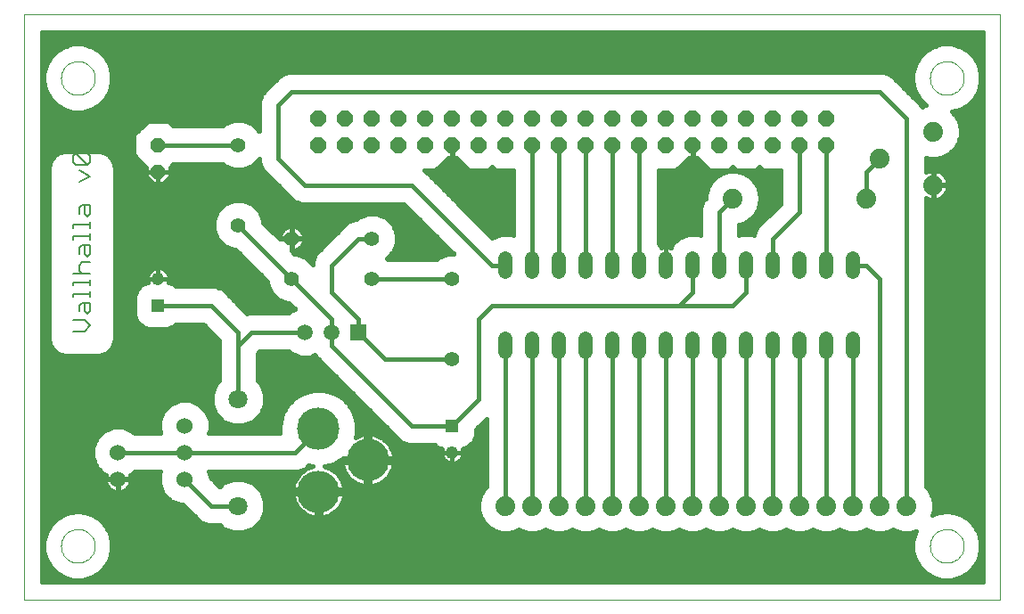
<source format=gtl>
G75*
%MOIN*%
%OFA0B0*%
%FSLAX24Y24*%
%IPPOS*%
%LPD*%
%AMOC8*
5,1,8,0,0,1.08239X$1,22.5*
%
%ADD10C,0.0000*%
%ADD11C,0.0060*%
%ADD12C,0.0600*%
%ADD13C,0.0554*%
%ADD14C,0.0476*%
%ADD15R,0.0476X0.0476*%
%ADD16OC8,0.0520*%
%ADD17R,0.0594X0.0594*%
%ADD18C,0.0594*%
%ADD19C,0.1580*%
%ADD20C,0.0709*%
%ADD21C,0.0520*%
%ADD22OC8,0.0600*%
%ADD23C,0.0740*%
%ADD24C,0.0160*%
%ADD25R,0.0396X0.0396*%
D10*
X000180Y000680D02*
X000180Y022550D01*
X036672Y022550D01*
X036672Y000680D01*
X000180Y000680D01*
X001550Y002680D02*
X001552Y002730D01*
X001558Y002780D01*
X001568Y002829D01*
X001582Y002877D01*
X001599Y002924D01*
X001620Y002969D01*
X001645Y003013D01*
X001673Y003054D01*
X001705Y003093D01*
X001739Y003130D01*
X001776Y003164D01*
X001816Y003194D01*
X001858Y003221D01*
X001902Y003245D01*
X001948Y003266D01*
X001995Y003282D01*
X002043Y003295D01*
X002093Y003304D01*
X002142Y003309D01*
X002193Y003310D01*
X002243Y003307D01*
X002292Y003300D01*
X002341Y003289D01*
X002389Y003274D01*
X002435Y003256D01*
X002480Y003234D01*
X002523Y003208D01*
X002564Y003179D01*
X002603Y003147D01*
X002639Y003112D01*
X002671Y003074D01*
X002701Y003034D01*
X002728Y002991D01*
X002751Y002947D01*
X002770Y002901D01*
X002786Y002853D01*
X002798Y002804D01*
X002806Y002755D01*
X002810Y002705D01*
X002810Y002655D01*
X002806Y002605D01*
X002798Y002556D01*
X002786Y002507D01*
X002770Y002459D01*
X002751Y002413D01*
X002728Y002369D01*
X002701Y002326D01*
X002671Y002286D01*
X002639Y002248D01*
X002603Y002213D01*
X002564Y002181D01*
X002523Y002152D01*
X002480Y002126D01*
X002435Y002104D01*
X002389Y002086D01*
X002341Y002071D01*
X002292Y002060D01*
X002243Y002053D01*
X002193Y002050D01*
X002142Y002051D01*
X002093Y002056D01*
X002043Y002065D01*
X001995Y002078D01*
X001948Y002094D01*
X001902Y002115D01*
X001858Y002139D01*
X001816Y002166D01*
X001776Y002196D01*
X001739Y002230D01*
X001705Y002267D01*
X001673Y002306D01*
X001645Y002347D01*
X001620Y002391D01*
X001599Y002436D01*
X001582Y002483D01*
X001568Y002531D01*
X001558Y002580D01*
X001552Y002630D01*
X001550Y002680D01*
X001550Y020180D02*
X001552Y020230D01*
X001558Y020280D01*
X001568Y020329D01*
X001582Y020377D01*
X001599Y020424D01*
X001620Y020469D01*
X001645Y020513D01*
X001673Y020554D01*
X001705Y020593D01*
X001739Y020630D01*
X001776Y020664D01*
X001816Y020694D01*
X001858Y020721D01*
X001902Y020745D01*
X001948Y020766D01*
X001995Y020782D01*
X002043Y020795D01*
X002093Y020804D01*
X002142Y020809D01*
X002193Y020810D01*
X002243Y020807D01*
X002292Y020800D01*
X002341Y020789D01*
X002389Y020774D01*
X002435Y020756D01*
X002480Y020734D01*
X002523Y020708D01*
X002564Y020679D01*
X002603Y020647D01*
X002639Y020612D01*
X002671Y020574D01*
X002701Y020534D01*
X002728Y020491D01*
X002751Y020447D01*
X002770Y020401D01*
X002786Y020353D01*
X002798Y020304D01*
X002806Y020255D01*
X002810Y020205D01*
X002810Y020155D01*
X002806Y020105D01*
X002798Y020056D01*
X002786Y020007D01*
X002770Y019959D01*
X002751Y019913D01*
X002728Y019869D01*
X002701Y019826D01*
X002671Y019786D01*
X002639Y019748D01*
X002603Y019713D01*
X002564Y019681D01*
X002523Y019652D01*
X002480Y019626D01*
X002435Y019604D01*
X002389Y019586D01*
X002341Y019571D01*
X002292Y019560D01*
X002243Y019553D01*
X002193Y019550D01*
X002142Y019551D01*
X002093Y019556D01*
X002043Y019565D01*
X001995Y019578D01*
X001948Y019594D01*
X001902Y019615D01*
X001858Y019639D01*
X001816Y019666D01*
X001776Y019696D01*
X001739Y019730D01*
X001705Y019767D01*
X001673Y019806D01*
X001645Y019847D01*
X001620Y019891D01*
X001599Y019936D01*
X001582Y019983D01*
X001568Y020031D01*
X001558Y020080D01*
X001552Y020130D01*
X001550Y020180D01*
X034050Y020180D02*
X034052Y020230D01*
X034058Y020280D01*
X034068Y020329D01*
X034082Y020377D01*
X034099Y020424D01*
X034120Y020469D01*
X034145Y020513D01*
X034173Y020554D01*
X034205Y020593D01*
X034239Y020630D01*
X034276Y020664D01*
X034316Y020694D01*
X034358Y020721D01*
X034402Y020745D01*
X034448Y020766D01*
X034495Y020782D01*
X034543Y020795D01*
X034593Y020804D01*
X034642Y020809D01*
X034693Y020810D01*
X034743Y020807D01*
X034792Y020800D01*
X034841Y020789D01*
X034889Y020774D01*
X034935Y020756D01*
X034980Y020734D01*
X035023Y020708D01*
X035064Y020679D01*
X035103Y020647D01*
X035139Y020612D01*
X035171Y020574D01*
X035201Y020534D01*
X035228Y020491D01*
X035251Y020447D01*
X035270Y020401D01*
X035286Y020353D01*
X035298Y020304D01*
X035306Y020255D01*
X035310Y020205D01*
X035310Y020155D01*
X035306Y020105D01*
X035298Y020056D01*
X035286Y020007D01*
X035270Y019959D01*
X035251Y019913D01*
X035228Y019869D01*
X035201Y019826D01*
X035171Y019786D01*
X035139Y019748D01*
X035103Y019713D01*
X035064Y019681D01*
X035023Y019652D01*
X034980Y019626D01*
X034935Y019604D01*
X034889Y019586D01*
X034841Y019571D01*
X034792Y019560D01*
X034743Y019553D01*
X034693Y019550D01*
X034642Y019551D01*
X034593Y019556D01*
X034543Y019565D01*
X034495Y019578D01*
X034448Y019594D01*
X034402Y019615D01*
X034358Y019639D01*
X034316Y019666D01*
X034276Y019696D01*
X034239Y019730D01*
X034205Y019767D01*
X034173Y019806D01*
X034145Y019847D01*
X034120Y019891D01*
X034099Y019936D01*
X034082Y019983D01*
X034068Y020031D01*
X034058Y020080D01*
X034052Y020130D01*
X034050Y020180D01*
X034050Y002680D02*
X034052Y002730D01*
X034058Y002780D01*
X034068Y002829D01*
X034082Y002877D01*
X034099Y002924D01*
X034120Y002969D01*
X034145Y003013D01*
X034173Y003054D01*
X034205Y003093D01*
X034239Y003130D01*
X034276Y003164D01*
X034316Y003194D01*
X034358Y003221D01*
X034402Y003245D01*
X034448Y003266D01*
X034495Y003282D01*
X034543Y003295D01*
X034593Y003304D01*
X034642Y003309D01*
X034693Y003310D01*
X034743Y003307D01*
X034792Y003300D01*
X034841Y003289D01*
X034889Y003274D01*
X034935Y003256D01*
X034980Y003234D01*
X035023Y003208D01*
X035064Y003179D01*
X035103Y003147D01*
X035139Y003112D01*
X035171Y003074D01*
X035201Y003034D01*
X035228Y002991D01*
X035251Y002947D01*
X035270Y002901D01*
X035286Y002853D01*
X035298Y002804D01*
X035306Y002755D01*
X035310Y002705D01*
X035310Y002655D01*
X035306Y002605D01*
X035298Y002556D01*
X035286Y002507D01*
X035270Y002459D01*
X035251Y002413D01*
X035228Y002369D01*
X035201Y002326D01*
X035171Y002286D01*
X035139Y002248D01*
X035103Y002213D01*
X035064Y002181D01*
X035023Y002152D01*
X034980Y002126D01*
X034935Y002104D01*
X034889Y002086D01*
X034841Y002071D01*
X034792Y002060D01*
X034743Y002053D01*
X034693Y002050D01*
X034642Y002051D01*
X034593Y002056D01*
X034543Y002065D01*
X034495Y002078D01*
X034448Y002094D01*
X034402Y002115D01*
X034358Y002139D01*
X034316Y002166D01*
X034276Y002196D01*
X034239Y002230D01*
X034205Y002267D01*
X034173Y002306D01*
X034145Y002347D01*
X034120Y002391D01*
X034099Y002436D01*
X034082Y002483D01*
X034068Y002531D01*
X034058Y002580D01*
X034052Y002630D01*
X034050Y002680D01*
D11*
X002650Y010924D02*
X002436Y011137D01*
X002009Y011137D01*
X002436Y011461D02*
X002543Y011355D01*
X002650Y011461D01*
X002650Y011782D01*
X002330Y011782D01*
X002223Y011675D01*
X002223Y011461D01*
X002436Y011461D02*
X002436Y011782D01*
X002650Y011999D02*
X002650Y012213D01*
X002650Y012106D02*
X002009Y012106D01*
X002009Y011999D01*
X002009Y012429D02*
X002009Y012536D01*
X002650Y012536D01*
X002650Y012642D02*
X002650Y012429D01*
X002650Y012858D02*
X002009Y012858D01*
X002223Y012965D02*
X002223Y013179D01*
X002330Y013286D01*
X002650Y013286D01*
X002543Y013503D02*
X002436Y013610D01*
X002436Y013930D01*
X002330Y013930D02*
X002650Y013930D01*
X002650Y013610D01*
X002543Y013503D01*
X002223Y013610D02*
X002223Y013823D01*
X002330Y013930D01*
X002650Y014148D02*
X002650Y014361D01*
X002650Y014254D02*
X002009Y014254D01*
X002009Y014148D01*
X002009Y014577D02*
X002009Y014684D01*
X002650Y014684D01*
X002650Y014577D02*
X002650Y014791D01*
X002543Y015007D02*
X002436Y015114D01*
X002436Y015434D01*
X002330Y015434D02*
X002650Y015434D01*
X002650Y015114D01*
X002543Y015007D01*
X002223Y015114D02*
X002223Y015327D01*
X002330Y015434D01*
X002223Y016296D02*
X002650Y016510D01*
X002223Y016723D01*
X002116Y016941D02*
X002009Y017047D01*
X002009Y017261D01*
X002116Y017368D01*
X002543Y016941D01*
X002650Y017047D01*
X002650Y017261D01*
X002543Y017368D01*
X002116Y017368D01*
X002543Y017585D02*
X002543Y017692D01*
X002650Y017692D01*
X002650Y017585D01*
X002543Y017585D01*
X002650Y017907D02*
X002650Y018335D01*
X002650Y018121D02*
X002009Y018121D01*
X002223Y017907D01*
X002116Y016941D02*
X002543Y016941D01*
X002223Y012965D02*
X002330Y012858D01*
X002650Y010924D02*
X002436Y010710D01*
X002009Y010710D01*
D12*
X006180Y007180D03*
X006180Y006180D03*
X006180Y005180D03*
X003680Y005180D03*
X003680Y006180D03*
D13*
X010180Y012680D03*
X010180Y014180D03*
X008180Y014680D03*
X008180Y017680D03*
X013180Y014180D03*
X013180Y012680D03*
X016180Y012680D03*
X016180Y009680D03*
D14*
X016180Y006180D03*
X005180Y012680D03*
D15*
X005180Y011680D03*
X016180Y007180D03*
D16*
X005180Y016680D03*
X005180Y017680D03*
D17*
X012680Y010680D03*
D18*
X011680Y010680D03*
X010680Y010680D03*
D19*
X011180Y007074D03*
X013030Y005893D03*
X011180Y004711D03*
D20*
X008180Y004180D03*
X008180Y008180D03*
D21*
X018180Y009920D02*
X018180Y010440D01*
X019180Y010440D02*
X019180Y009920D01*
X020180Y009920D02*
X020180Y010440D01*
X021180Y010440D02*
X021180Y009920D01*
X022180Y009920D02*
X022180Y010440D01*
X023180Y010440D02*
X023180Y009920D01*
X024180Y009920D02*
X024180Y010440D01*
X025180Y010440D02*
X025180Y009920D01*
X026180Y009920D02*
X026180Y010440D01*
X027180Y010440D02*
X027180Y009920D01*
X028180Y009920D02*
X028180Y010440D01*
X029180Y010440D02*
X029180Y009920D01*
X030180Y009920D02*
X030180Y010440D01*
X031180Y010440D02*
X031180Y009920D01*
X031180Y012920D02*
X031180Y013440D01*
X030180Y013440D02*
X030180Y012920D01*
X029180Y012920D02*
X029180Y013440D01*
X028180Y013440D02*
X028180Y012920D01*
X027180Y012920D02*
X027180Y013440D01*
X026180Y013440D02*
X026180Y012920D01*
X025180Y012920D02*
X025180Y013440D01*
X024180Y013440D02*
X024180Y012920D01*
X023180Y012920D02*
X023180Y013440D01*
X022180Y013440D02*
X022180Y012920D01*
X021180Y012920D02*
X021180Y013440D01*
X020180Y013440D02*
X020180Y012920D01*
X019180Y012920D02*
X019180Y013440D01*
X018180Y013440D02*
X018180Y012920D01*
D22*
X018180Y017680D03*
X017180Y017680D03*
X016180Y017680D03*
X015180Y017680D03*
X014180Y017680D03*
X013180Y017680D03*
X012180Y017680D03*
X011180Y017680D03*
X011180Y018680D03*
X012180Y018680D03*
X013180Y018680D03*
X014180Y018680D03*
X015180Y018680D03*
X016180Y018680D03*
X017180Y018680D03*
X018180Y018680D03*
X019180Y018680D03*
X020180Y018680D03*
X021180Y018680D03*
X022180Y018680D03*
X023180Y018680D03*
X024180Y018680D03*
X025180Y018680D03*
X026180Y018680D03*
X027180Y018680D03*
X028180Y018680D03*
X029180Y018680D03*
X030180Y018680D03*
X030180Y017680D03*
X029180Y017680D03*
X028180Y017680D03*
X027180Y017680D03*
X026180Y017680D03*
X025180Y017680D03*
X024180Y017680D03*
X023180Y017680D03*
X022180Y017680D03*
X021180Y017680D03*
X020180Y017680D03*
X019180Y017680D03*
D23*
X026680Y015680D03*
X031680Y015680D03*
X032180Y017180D03*
X034180Y016180D03*
X034180Y018180D03*
X033180Y004180D03*
X032180Y004180D03*
X031180Y004180D03*
X030180Y004180D03*
X029180Y004180D03*
X028180Y004180D03*
X027180Y004180D03*
X026180Y004180D03*
X025180Y004180D03*
X024180Y004180D03*
X023180Y004180D03*
X022180Y004180D03*
X021180Y004180D03*
X020180Y004180D03*
X019180Y004180D03*
X018180Y004180D03*
D24*
X018180Y010180D01*
X019180Y010180D02*
X019180Y004180D01*
X020180Y004180D02*
X020180Y010180D01*
X021180Y010180D02*
X021180Y004180D01*
X022180Y004180D02*
X022180Y010180D01*
X023180Y010180D02*
X023180Y004180D01*
X024180Y004180D02*
X024180Y010180D01*
X025180Y010180D02*
X025180Y004180D01*
X026180Y004180D02*
X026180Y010180D01*
X027180Y010180D02*
X027180Y004180D01*
X028180Y004180D02*
X028180Y010180D01*
X029180Y010180D02*
X029180Y004180D01*
X030180Y004180D02*
X030180Y010180D01*
X031180Y010180D02*
X031180Y004180D01*
X032180Y004180D02*
X032180Y012680D01*
X031680Y013180D01*
X031180Y013180D01*
X030180Y013180D02*
X030180Y017680D01*
X029180Y017680D02*
X029180Y015180D01*
X028180Y014180D01*
X028180Y013180D01*
X027180Y013180D02*
X027180Y012180D01*
X026680Y011680D01*
X024680Y011680D01*
X025180Y012180D01*
X025180Y013180D01*
X024180Y013180D02*
X024180Y013880D01*
X024215Y013880D01*
X024283Y013869D01*
X024349Y013848D01*
X024370Y013837D01*
X024417Y013950D01*
X024670Y014203D01*
X025001Y014340D01*
X025359Y014340D01*
X025460Y014298D01*
X025460Y015323D01*
X025570Y015588D01*
X025670Y015688D01*
X025670Y015813D01*
X025739Y016070D01*
X025872Y016300D01*
X026060Y016488D01*
X026290Y016621D01*
X026547Y016690D01*
X026813Y016690D01*
X027070Y016621D01*
X027300Y016488D01*
X027488Y016300D01*
X027621Y016070D01*
X027690Y015813D01*
X027690Y015547D01*
X027621Y015290D01*
X027488Y015060D01*
X027300Y014872D01*
X027070Y014739D01*
X026900Y014693D01*
X026900Y014298D01*
X027001Y014340D01*
X027359Y014340D01*
X027460Y014298D01*
X027460Y014323D01*
X027570Y014588D01*
X028460Y015478D01*
X028460Y016740D01*
X027791Y016740D01*
X027680Y016851D01*
X027569Y016740D01*
X026791Y016740D01*
X026680Y016851D01*
X026569Y016740D01*
X025791Y016740D01*
X025331Y017200D01*
X025200Y017200D01*
X025200Y017660D01*
X025160Y017660D01*
X025160Y017200D01*
X025029Y017200D01*
X024569Y016740D01*
X023900Y016740D01*
X023900Y013993D01*
X023943Y013950D01*
X023990Y013837D01*
X024011Y013848D01*
X024077Y013869D01*
X024145Y013880D01*
X024180Y013880D01*
X024180Y013180D01*
X024180Y013180D01*
X024180Y013300D02*
X024180Y013300D01*
X024180Y013458D02*
X024180Y013458D01*
X024180Y013617D02*
X024180Y013617D01*
X024180Y013775D02*
X024180Y013775D01*
X023950Y013934D02*
X024410Y013934D01*
X024559Y014092D02*
X023900Y014092D01*
X023900Y014251D02*
X024785Y014251D01*
X025460Y014409D02*
X023900Y014409D01*
X023900Y014568D02*
X025460Y014568D01*
X025460Y014726D02*
X023900Y014726D01*
X023900Y014885D02*
X025460Y014885D01*
X025460Y015043D02*
X023900Y015043D01*
X023900Y015202D02*
X025460Y015202D01*
X025475Y015360D02*
X023900Y015360D01*
X023900Y015519D02*
X025541Y015519D01*
X025659Y015677D02*
X023900Y015677D01*
X023900Y015836D02*
X025676Y015836D01*
X025719Y015994D02*
X023900Y015994D01*
X023900Y016153D02*
X025787Y016153D01*
X025883Y016311D02*
X023900Y016311D01*
X023900Y016470D02*
X026041Y016470D01*
X026316Y016628D02*
X023900Y016628D01*
X024616Y016787D02*
X025744Y016787D01*
X025586Y016945D02*
X024774Y016945D01*
X024933Y017104D02*
X025427Y017104D01*
X025200Y017262D02*
X025160Y017262D01*
X025160Y017421D02*
X025200Y017421D01*
X025200Y017579D02*
X025160Y017579D01*
X026616Y016787D02*
X026744Y016787D01*
X027044Y016628D02*
X028460Y016628D01*
X028460Y016470D02*
X027319Y016470D01*
X027477Y016311D02*
X028460Y016311D01*
X028460Y016153D02*
X027573Y016153D01*
X027641Y015994D02*
X028460Y015994D01*
X028460Y015836D02*
X027684Y015836D01*
X027690Y015677D02*
X028460Y015677D01*
X028460Y015519D02*
X027682Y015519D01*
X027640Y015360D02*
X028342Y015360D01*
X028183Y015202D02*
X027570Y015202D01*
X027471Y015043D02*
X028025Y015043D01*
X027866Y014885D02*
X027313Y014885D01*
X027022Y014726D02*
X027708Y014726D01*
X027561Y014568D02*
X026900Y014568D01*
X026900Y014409D02*
X027496Y014409D01*
X026680Y015680D02*
X026180Y015180D01*
X026180Y013180D01*
X024680Y011680D02*
X017680Y011680D01*
X017180Y011180D01*
X017180Y008180D01*
X016180Y007180D01*
X014680Y007180D01*
X011680Y010180D01*
X011680Y010680D01*
X011680Y011180D01*
X010180Y012680D01*
X008180Y014680D01*
X009022Y015043D02*
X012867Y015043D01*
X012998Y015097D02*
X012660Y014958D01*
X012603Y014900D01*
X012537Y014900D01*
X012272Y014790D01*
X012070Y014588D01*
X011070Y013588D01*
X010960Y013323D01*
X010960Y013194D01*
X010958Y013200D01*
X010700Y013458D01*
X010362Y013597D01*
X010281Y013597D01*
X010155Y013723D01*
X010171Y013723D01*
X010171Y014171D01*
X009723Y014171D01*
X009723Y014155D01*
X009097Y014781D01*
X009097Y014862D01*
X008958Y015200D01*
X008700Y015458D01*
X008362Y015597D01*
X007998Y015597D01*
X007660Y015458D01*
X007402Y015200D01*
X007263Y014862D01*
X007263Y014498D01*
X007402Y014160D01*
X007660Y013902D01*
X007998Y013763D01*
X008079Y013763D01*
X009263Y012579D01*
X009263Y012498D01*
X009402Y012160D01*
X009660Y011902D01*
X009998Y011763D01*
X010079Y011763D01*
X010304Y011538D01*
X010149Y011474D01*
X010075Y011400D01*
X008537Y011400D01*
X008495Y011383D01*
X007790Y012088D01*
X007588Y012290D01*
X007323Y012400D01*
X005841Y012400D01*
X005780Y012460D01*
X005575Y012545D01*
X005588Y012582D01*
X005598Y012647D01*
X005598Y012680D01*
X005598Y012713D01*
X005588Y012778D01*
X005567Y012840D01*
X005537Y012899D01*
X005499Y012952D01*
X005452Y012999D01*
X005399Y013037D01*
X005340Y013067D01*
X005278Y013088D01*
X005213Y013098D01*
X005180Y013098D01*
X005147Y013098D01*
X005082Y013088D01*
X005020Y013067D01*
X004961Y013037D01*
X004908Y012999D01*
X004861Y012952D01*
X004823Y012899D01*
X004793Y012840D01*
X004772Y012778D01*
X004762Y012713D01*
X004762Y012680D01*
X004762Y012647D01*
X004772Y012582D01*
X004785Y012545D01*
X004580Y012460D01*
X004400Y012280D01*
X004302Y012045D01*
X004302Y011315D01*
X004400Y011080D01*
X004580Y010900D01*
X004815Y010802D01*
X005545Y010802D01*
X005780Y010900D01*
X005841Y010960D01*
X006882Y010960D01*
X007460Y010382D01*
X007460Y008866D01*
X007337Y008743D01*
X007186Y008378D01*
X007186Y007982D01*
X007337Y007617D01*
X007617Y007337D01*
X007982Y007186D01*
X008378Y007186D01*
X008743Y007337D01*
X009023Y007617D01*
X009174Y007982D01*
X009174Y008378D01*
X009023Y008743D01*
X008900Y008866D01*
X008900Y009882D01*
X008978Y009960D01*
X010075Y009960D01*
X010149Y009886D01*
X010494Y009743D01*
X010866Y009743D01*
X011050Y009819D01*
X011070Y009772D01*
X014272Y006570D01*
X014537Y006460D01*
X015519Y006460D01*
X015580Y006400D01*
X015785Y006315D01*
X015772Y006278D01*
X015762Y006213D01*
X015762Y006180D01*
X015762Y006147D01*
X015772Y006082D01*
X015793Y006020D01*
X015823Y005961D01*
X015861Y005908D01*
X015908Y005861D01*
X015961Y005823D01*
X016020Y005793D01*
X016082Y005772D01*
X016147Y005762D01*
X016180Y005762D01*
X016213Y005762D01*
X016278Y005772D01*
X016340Y005793D01*
X016399Y005823D01*
X016452Y005861D01*
X016499Y005908D01*
X016537Y005961D01*
X016567Y006020D01*
X016588Y006082D01*
X016598Y006147D01*
X016598Y006180D01*
X016598Y006213D01*
X016588Y006278D01*
X016575Y006315D01*
X016780Y006400D01*
X016960Y006580D01*
X017058Y006815D01*
X017058Y007040D01*
X017460Y007442D01*
X017460Y004888D01*
X017372Y004800D01*
X017239Y004570D01*
X017170Y004313D01*
X017170Y004047D01*
X017239Y003790D01*
X017372Y003560D01*
X017560Y003372D01*
X017790Y003239D01*
X018047Y003170D01*
X018313Y003170D01*
X018570Y003239D01*
X018680Y003302D01*
X018790Y003239D01*
X019047Y003170D01*
X019313Y003170D01*
X019570Y003239D01*
X019680Y003302D01*
X019790Y003239D01*
X020047Y003170D01*
X020313Y003170D01*
X020570Y003239D01*
X020680Y003302D01*
X020790Y003239D01*
X021047Y003170D01*
X021313Y003170D01*
X021570Y003239D01*
X021680Y003302D01*
X021790Y003239D01*
X022047Y003170D01*
X022313Y003170D01*
X022570Y003239D01*
X022680Y003302D01*
X022790Y003239D01*
X023047Y003170D01*
X023313Y003170D01*
X023570Y003239D01*
X023680Y003302D01*
X023790Y003239D01*
X024047Y003170D01*
X024313Y003170D01*
X024570Y003239D01*
X024680Y003302D01*
X024790Y003239D01*
X025047Y003170D01*
X025313Y003170D01*
X025570Y003239D01*
X025680Y003302D01*
X025790Y003239D01*
X026047Y003170D01*
X026313Y003170D01*
X026570Y003239D01*
X026680Y003302D01*
X026790Y003239D01*
X027047Y003170D01*
X027313Y003170D01*
X027570Y003239D01*
X027680Y003302D01*
X027790Y003239D01*
X028047Y003170D01*
X028313Y003170D01*
X028570Y003239D01*
X028680Y003302D01*
X028790Y003239D01*
X029047Y003170D01*
X029313Y003170D01*
X029570Y003239D01*
X029680Y003302D01*
X029790Y003239D01*
X030047Y003170D01*
X030313Y003170D01*
X030570Y003239D01*
X030680Y003302D01*
X030790Y003239D01*
X031047Y003170D01*
X031313Y003170D01*
X031570Y003239D01*
X031680Y003302D01*
X031790Y003239D01*
X032047Y003170D01*
X032313Y003170D01*
X032570Y003239D01*
X032680Y003302D01*
X032790Y003239D01*
X033047Y003170D01*
X033313Y003170D01*
X033530Y003228D01*
X033497Y003170D01*
X033410Y002847D01*
X033410Y002513D01*
X033497Y002190D01*
X033664Y001900D01*
X033900Y001664D01*
X034190Y001497D01*
X034513Y001410D01*
X034847Y001410D01*
X035170Y001497D01*
X035460Y001664D01*
X035696Y001900D01*
X035863Y002190D01*
X035950Y002513D01*
X035950Y002847D01*
X035863Y003170D01*
X035696Y003460D01*
X035460Y003696D01*
X035170Y003863D01*
X034847Y003950D01*
X034513Y003950D01*
X034190Y003863D01*
X034132Y003830D01*
X034190Y004047D01*
X034190Y004313D01*
X034121Y004570D01*
X033988Y004800D01*
X033900Y004888D01*
X033900Y015705D01*
X033969Y015670D01*
X034051Y015644D01*
X034137Y015630D01*
X034162Y015630D01*
X034162Y016162D01*
X034198Y016162D01*
X034198Y016198D01*
X034162Y016198D01*
X034162Y016730D01*
X034137Y016730D01*
X034051Y016716D01*
X033969Y016690D01*
X033900Y016655D01*
X033900Y017209D01*
X034047Y017170D01*
X034313Y017170D01*
X034570Y017239D01*
X034800Y017372D01*
X034988Y017560D01*
X035121Y017790D01*
X035190Y018047D01*
X035190Y018313D01*
X035121Y018570D01*
X034988Y018800D01*
X034872Y018917D01*
X035170Y018997D01*
X035460Y019164D01*
X036032Y019164D01*
X036032Y019006D02*
X035186Y019006D01*
X034941Y018847D02*
X036032Y018847D01*
X036032Y018689D02*
X035053Y018689D01*
X035132Y018530D02*
X036032Y018530D01*
X036032Y018372D02*
X035174Y018372D01*
X035190Y018213D02*
X036032Y018213D01*
X036032Y018055D02*
X035190Y018055D01*
X035150Y017896D02*
X036032Y017896D01*
X036032Y017738D02*
X035091Y017738D01*
X034999Y017579D02*
X036032Y017579D01*
X036032Y017421D02*
X034849Y017421D01*
X034610Y017262D02*
X036032Y017262D01*
X036032Y017104D02*
X033900Y017104D01*
X033900Y016945D02*
X036032Y016945D01*
X036032Y016787D02*
X033900Y016787D01*
X034198Y016730D02*
X034198Y016198D01*
X034730Y016198D01*
X034730Y016223D01*
X034716Y016309D01*
X034690Y016391D01*
X034650Y016468D01*
X034600Y016538D01*
X034538Y016600D01*
X034468Y016650D01*
X034391Y016690D01*
X034309Y016716D01*
X034223Y016730D01*
X034198Y016730D01*
X034198Y016628D02*
X034162Y016628D01*
X034162Y016470D02*
X034198Y016470D01*
X034198Y016311D02*
X034162Y016311D01*
X034198Y016162D02*
X034730Y016162D01*
X034730Y016137D01*
X034716Y016051D01*
X034690Y015969D01*
X034650Y015892D01*
X034600Y015822D01*
X034538Y015760D01*
X034468Y015710D01*
X034391Y015670D01*
X034309Y015644D01*
X034223Y015630D01*
X034198Y015630D01*
X034198Y016162D01*
X034198Y016153D02*
X034162Y016153D01*
X034162Y015994D02*
X034198Y015994D01*
X034198Y015836D02*
X034162Y015836D01*
X034162Y015677D02*
X034198Y015677D01*
X034404Y015677D02*
X036032Y015677D01*
X036032Y015519D02*
X033900Y015519D01*
X033900Y015677D02*
X033956Y015677D01*
X034610Y015836D02*
X036032Y015836D01*
X036032Y015994D02*
X034698Y015994D01*
X034730Y016153D02*
X036032Y016153D01*
X036032Y016311D02*
X034716Y016311D01*
X034649Y016470D02*
X036032Y016470D01*
X036032Y016628D02*
X034499Y016628D01*
X033900Y015360D02*
X036032Y015360D01*
X036032Y015202D02*
X033900Y015202D01*
X033900Y015043D02*
X036032Y015043D01*
X036032Y014885D02*
X033900Y014885D01*
X033900Y014726D02*
X036032Y014726D01*
X036032Y014568D02*
X033900Y014568D01*
X033900Y014409D02*
X036032Y014409D01*
X036032Y014251D02*
X033900Y014251D01*
X033900Y014092D02*
X036032Y014092D01*
X036032Y013934D02*
X033900Y013934D01*
X033900Y013775D02*
X036032Y013775D01*
X036032Y013617D02*
X033900Y013617D01*
X033900Y013458D02*
X036032Y013458D01*
X036032Y013300D02*
X033900Y013300D01*
X033900Y013141D02*
X036032Y013141D01*
X036032Y012983D02*
X033900Y012983D01*
X033900Y012824D02*
X036032Y012824D01*
X036032Y012666D02*
X033900Y012666D01*
X033900Y012507D02*
X036032Y012507D01*
X036032Y012349D02*
X033900Y012349D01*
X033900Y012190D02*
X036032Y012190D01*
X036032Y012032D02*
X033900Y012032D01*
X033900Y011873D02*
X036032Y011873D01*
X036032Y011715D02*
X033900Y011715D01*
X033900Y011556D02*
X036032Y011556D01*
X036032Y011398D02*
X033900Y011398D01*
X033900Y011239D02*
X036032Y011239D01*
X036032Y011081D02*
X033900Y011081D01*
X033900Y010922D02*
X036032Y010922D01*
X036032Y010764D02*
X033900Y010764D01*
X033900Y010605D02*
X036032Y010605D01*
X036032Y010447D02*
X033900Y010447D01*
X033900Y010288D02*
X036032Y010288D01*
X036032Y010130D02*
X033900Y010130D01*
X033900Y009971D02*
X036032Y009971D01*
X036032Y009813D02*
X033900Y009813D01*
X033900Y009654D02*
X036032Y009654D01*
X036032Y009496D02*
X033900Y009496D01*
X033900Y009337D02*
X036032Y009337D01*
X036032Y009179D02*
X033900Y009179D01*
X033900Y009020D02*
X036032Y009020D01*
X036032Y008862D02*
X033900Y008862D01*
X033900Y008703D02*
X036032Y008703D01*
X036032Y008545D02*
X033900Y008545D01*
X033900Y008386D02*
X036032Y008386D01*
X036032Y008228D02*
X033900Y008228D01*
X033900Y008069D02*
X036032Y008069D01*
X036032Y007911D02*
X033900Y007911D01*
X033900Y007752D02*
X036032Y007752D01*
X036032Y007594D02*
X033900Y007594D01*
X033900Y007435D02*
X036032Y007435D01*
X036032Y007277D02*
X033900Y007277D01*
X033900Y007118D02*
X036032Y007118D01*
X036032Y006960D02*
X033900Y006960D01*
X033900Y006801D02*
X036032Y006801D01*
X036032Y006643D02*
X033900Y006643D01*
X033900Y006484D02*
X036032Y006484D01*
X036032Y006326D02*
X033900Y006326D01*
X033900Y006167D02*
X036032Y006167D01*
X036032Y006009D02*
X033900Y006009D01*
X033900Y005850D02*
X036032Y005850D01*
X036032Y005692D02*
X033900Y005692D01*
X033900Y005533D02*
X036032Y005533D01*
X036032Y005375D02*
X033900Y005375D01*
X033900Y005216D02*
X036032Y005216D01*
X036032Y005058D02*
X033900Y005058D01*
X033900Y004899D02*
X036032Y004899D01*
X036032Y004741D02*
X034023Y004741D01*
X034114Y004582D02*
X036032Y004582D01*
X036032Y004424D02*
X034160Y004424D01*
X034190Y004265D02*
X036032Y004265D01*
X036032Y004107D02*
X034190Y004107D01*
X034163Y003948D02*
X034506Y003948D01*
X034854Y003948D02*
X036032Y003948D01*
X036032Y003790D02*
X035298Y003790D01*
X035525Y003631D02*
X036032Y003631D01*
X036032Y003473D02*
X035683Y003473D01*
X035780Y003314D02*
X036032Y003314D01*
X036032Y003156D02*
X035867Y003156D01*
X035910Y002997D02*
X036032Y002997D01*
X036032Y002839D02*
X035950Y002839D01*
X035950Y002680D02*
X036032Y002680D01*
X036032Y002521D02*
X035950Y002521D01*
X035910Y002363D02*
X036032Y002363D01*
X036032Y002204D02*
X035867Y002204D01*
X035780Y002046D02*
X036032Y002046D01*
X036032Y001887D02*
X035683Y001887D01*
X035525Y001729D02*
X036032Y001729D01*
X036032Y001570D02*
X035298Y001570D01*
X034854Y001412D02*
X036032Y001412D01*
X036032Y001320D02*
X036032Y021910D01*
X000820Y021910D01*
X000820Y001320D01*
X036032Y001320D01*
X034506Y001412D02*
X002354Y001412D01*
X002347Y001410D02*
X002670Y001497D01*
X002960Y001664D01*
X003196Y001900D01*
X003363Y002190D01*
X003450Y002513D01*
X003450Y002847D01*
X003363Y003170D01*
X003196Y003460D01*
X002960Y003696D01*
X002670Y003863D01*
X002347Y003950D01*
X002013Y003950D01*
X001690Y003863D01*
X001400Y003696D01*
X001164Y003460D01*
X000997Y003170D01*
X000910Y002847D01*
X000910Y002513D01*
X000997Y002190D01*
X001164Y001900D01*
X001400Y001664D01*
X001690Y001497D01*
X002013Y001410D01*
X002347Y001410D01*
X002006Y001412D02*
X000820Y001412D01*
X000820Y001570D02*
X001562Y001570D01*
X001335Y001729D02*
X000820Y001729D01*
X000820Y001887D02*
X001177Y001887D01*
X001080Y002046D02*
X000820Y002046D01*
X000820Y002204D02*
X000993Y002204D01*
X000950Y002363D02*
X000820Y002363D01*
X000820Y002521D02*
X000910Y002521D01*
X000910Y002680D02*
X000820Y002680D01*
X000820Y002839D02*
X000910Y002839D01*
X000950Y002997D02*
X000820Y002997D01*
X000820Y003156D02*
X000993Y003156D01*
X001080Y003314D02*
X000820Y003314D01*
X000820Y003473D02*
X001177Y003473D01*
X001335Y003631D02*
X000820Y003631D01*
X000820Y003790D02*
X001562Y003790D01*
X002006Y003948D02*
X000820Y003948D01*
X000820Y004107D02*
X006235Y004107D01*
X006102Y004240D02*
X006772Y003570D01*
X007037Y003460D01*
X007494Y003460D01*
X007617Y003337D01*
X007982Y003186D01*
X008378Y003186D01*
X008743Y003337D01*
X009023Y003617D01*
X009174Y003982D01*
X009174Y004378D01*
X009023Y004743D01*
X008743Y005023D01*
X008378Y005174D01*
X007982Y005174D01*
X007617Y005023D01*
X007494Y004900D01*
X007478Y004900D01*
X007120Y005258D01*
X007120Y005367D01*
X007081Y005460D01*
X010430Y005460D01*
X010694Y005570D01*
X010815Y005691D01*
X010952Y005654D01*
X010911Y005645D01*
X010808Y005609D01*
X010710Y005562D01*
X010618Y005504D01*
X010533Y005436D01*
X010456Y005359D01*
X010388Y005274D01*
X010330Y005181D01*
X010282Y005083D01*
X010246Y004980D01*
X010222Y004874D01*
X010213Y004791D01*
X011100Y004791D01*
X011100Y004631D01*
X011260Y004631D01*
X011260Y003744D01*
X011343Y003754D01*
X011449Y003778D01*
X011552Y003814D01*
X011650Y003861D01*
X011742Y003919D01*
X011827Y003987D01*
X011904Y004064D01*
X011972Y004149D01*
X012030Y004242D01*
X012078Y004340D01*
X012114Y004443D01*
X012138Y004549D01*
X012147Y004631D01*
X011260Y004631D01*
X011260Y004791D01*
X012147Y004791D01*
X012138Y004874D01*
X012114Y004980D01*
X012078Y005083D01*
X012030Y005181D01*
X011972Y005274D01*
X011904Y005359D01*
X011827Y005436D01*
X011742Y005504D01*
X011650Y005562D01*
X011552Y005609D01*
X011449Y005645D01*
X011408Y005654D01*
X011732Y005741D01*
X012058Y005929D01*
X012101Y005973D01*
X012950Y005973D01*
X012950Y006860D01*
X012868Y006850D01*
X012761Y006826D01*
X012659Y006790D01*
X012573Y006749D01*
X012610Y006885D01*
X012610Y007262D01*
X012513Y007626D01*
X012324Y007952D01*
X012058Y008218D01*
X011732Y008406D01*
X011368Y008504D01*
X010992Y008504D01*
X010628Y008406D01*
X010302Y008218D01*
X010036Y007952D01*
X009847Y007626D01*
X009750Y007262D01*
X009750Y006900D01*
X007081Y006900D01*
X007120Y006993D01*
X007120Y007367D01*
X006977Y007712D01*
X006712Y007977D01*
X006367Y008120D01*
X005993Y008120D01*
X005648Y007977D01*
X005383Y007712D01*
X005240Y007367D01*
X005240Y006993D01*
X005279Y006900D01*
X004289Y006900D01*
X004212Y006977D01*
X003867Y007120D01*
X003493Y007120D01*
X003148Y006977D01*
X002883Y006712D01*
X002740Y006367D01*
X002740Y005993D01*
X002883Y005648D01*
X003148Y005383D01*
X003230Y005349D01*
X003212Y005292D01*
X003200Y005218D01*
X003200Y005200D01*
X003660Y005200D01*
X003660Y005160D01*
X003200Y005160D01*
X003200Y005142D01*
X003212Y005068D01*
X003235Y004996D01*
X003269Y004928D01*
X003314Y004867D01*
X003367Y004814D01*
X003428Y004769D01*
X003496Y004735D01*
X003568Y004712D01*
X003642Y004700D01*
X003660Y004700D01*
X003660Y005160D01*
X003700Y005160D01*
X003700Y005200D01*
X004160Y005200D01*
X004160Y005218D01*
X004148Y005292D01*
X004130Y005349D01*
X004212Y005383D01*
X004289Y005460D01*
X005279Y005460D01*
X005240Y005367D01*
X005240Y004993D01*
X005383Y004648D01*
X005648Y004383D01*
X005993Y004240D01*
X006102Y004240D01*
X005933Y004265D02*
X000820Y004265D01*
X000820Y004424D02*
X005607Y004424D01*
X005449Y004582D02*
X000820Y004582D01*
X000820Y004741D02*
X003485Y004741D01*
X003660Y004741D02*
X003700Y004741D01*
X003700Y004700D02*
X003718Y004700D01*
X003792Y004712D01*
X003864Y004735D01*
X003932Y004769D01*
X003993Y004814D01*
X004046Y004867D01*
X004091Y004928D01*
X004125Y004996D01*
X004148Y005068D01*
X004160Y005142D01*
X004160Y005160D01*
X003700Y005160D01*
X003700Y004700D01*
X003875Y004741D02*
X005345Y004741D01*
X005279Y004899D02*
X004069Y004899D01*
X004145Y005058D02*
X005240Y005058D01*
X005240Y005216D02*
X004160Y005216D01*
X004192Y005375D02*
X005243Y005375D01*
X006180Y005180D02*
X007180Y004180D01*
X008180Y004180D01*
X009095Y003790D02*
X010878Y003790D01*
X010911Y003778D02*
X011017Y003754D01*
X011100Y003744D01*
X011100Y004631D01*
X010213Y004631D01*
X010222Y004549D01*
X010246Y004443D01*
X010282Y004340D01*
X010330Y004242D01*
X010388Y004149D01*
X010456Y004064D01*
X010533Y003987D01*
X010618Y003919D01*
X010710Y003861D01*
X010808Y003814D01*
X010911Y003778D01*
X011100Y003790D02*
X011260Y003790D01*
X011260Y003948D02*
X011100Y003948D01*
X011100Y004107D02*
X011260Y004107D01*
X011260Y004265D02*
X011100Y004265D01*
X011100Y004424D02*
X011260Y004424D01*
X011260Y004582D02*
X011100Y004582D01*
X011100Y004741D02*
X009024Y004741D01*
X009090Y004582D02*
X010218Y004582D01*
X010253Y004424D02*
X009155Y004424D01*
X009174Y004265D02*
X010318Y004265D01*
X010422Y004107D02*
X009174Y004107D01*
X009160Y003948D02*
X010582Y003948D01*
X011482Y003790D02*
X017239Y003790D01*
X017197Y003948D02*
X011778Y003948D01*
X011938Y004107D02*
X017170Y004107D01*
X017170Y004265D02*
X012042Y004265D01*
X012107Y004424D02*
X017200Y004424D01*
X017246Y004582D02*
X012142Y004582D01*
X012132Y004899D02*
X017460Y004899D01*
X017460Y005058D02*
X013525Y005058D01*
X013500Y005042D02*
X013593Y005100D01*
X013678Y005168D01*
X013755Y005245D01*
X013823Y005330D01*
X013881Y005423D01*
X013928Y005521D01*
X013964Y005624D01*
X013988Y005730D01*
X013998Y005813D01*
X013110Y005813D01*
X013110Y005973D01*
X012950Y005973D01*
X012950Y005813D01*
X012063Y005813D01*
X012073Y005730D01*
X012097Y005624D01*
X012133Y005521D01*
X012180Y005423D01*
X012238Y005330D01*
X012306Y005245D01*
X012383Y005168D01*
X012468Y005100D01*
X012560Y005042D01*
X012659Y004995D01*
X012761Y004959D01*
X012868Y004935D01*
X012950Y004925D01*
X012950Y005813D01*
X013110Y005813D01*
X013110Y004925D01*
X013193Y004935D01*
X013299Y004959D01*
X013402Y004995D01*
X013500Y005042D01*
X013726Y005216D02*
X017460Y005216D01*
X017460Y005375D02*
X013850Y005375D01*
X013932Y005533D02*
X017460Y005533D01*
X017460Y005692D02*
X013979Y005692D01*
X013998Y005973D02*
X013988Y006055D01*
X013964Y006162D01*
X013928Y006264D01*
X013881Y006363D01*
X013823Y006455D01*
X013755Y006540D01*
X013678Y006617D01*
X013593Y006685D01*
X013500Y006743D01*
X013402Y006790D01*
X013299Y006826D01*
X013193Y006850D01*
X013110Y006860D01*
X013110Y005973D01*
X013998Y005973D01*
X013993Y006009D02*
X015798Y006009D01*
X015762Y006167D02*
X013962Y006167D01*
X013899Y006326D02*
X015759Y006326D01*
X015762Y006180D02*
X016180Y006180D01*
X016598Y006180D01*
X016180Y006180D01*
X016180Y006180D01*
X016180Y005762D01*
X016180Y006180D01*
X016180Y006180D01*
X016180Y006180D01*
X015762Y006180D01*
X015923Y005850D02*
X013110Y005850D01*
X013110Y005692D02*
X012950Y005692D01*
X012950Y005850D02*
X011920Y005850D01*
X012081Y005692D02*
X011547Y005692D01*
X011696Y005533D02*
X012129Y005533D01*
X012210Y005375D02*
X011889Y005375D01*
X012009Y005216D02*
X012335Y005216D01*
X012536Y005058D02*
X012087Y005058D01*
X011260Y004741D02*
X017337Y004741D01*
X017331Y003631D02*
X009029Y003631D01*
X008879Y003473D02*
X017459Y003473D01*
X017660Y003314D02*
X008688Y003314D01*
X007672Y003314D02*
X003280Y003314D01*
X003367Y003156D02*
X033493Y003156D01*
X033450Y002997D02*
X003410Y002997D01*
X003450Y002839D02*
X033410Y002839D01*
X033410Y002680D02*
X003450Y002680D01*
X003450Y002521D02*
X033410Y002521D01*
X033450Y002363D02*
X003410Y002363D01*
X003367Y002204D02*
X033493Y002204D01*
X033580Y002046D02*
X003280Y002046D01*
X003183Y001887D02*
X033677Y001887D01*
X033835Y001729D02*
X003025Y001729D01*
X002798Y001570D02*
X034062Y001570D01*
X033180Y004180D02*
X033180Y018680D01*
X032180Y019680D01*
X010180Y019680D01*
X009680Y019180D01*
X009680Y017180D01*
X010680Y016180D01*
X014680Y016180D01*
X017680Y013180D01*
X018180Y013180D01*
X019180Y013180D02*
X019180Y017680D01*
X020180Y017680D02*
X020180Y013180D01*
X021180Y013180D02*
X021180Y017680D01*
X022180Y017680D02*
X022180Y013180D01*
X023180Y013180D02*
X023180Y017680D01*
X027616Y016787D02*
X027744Y016787D01*
X031680Y016680D02*
X031680Y015680D01*
X031680Y016680D02*
X032180Y017180D01*
X033769Y019109D02*
X033588Y019290D01*
X032588Y020290D01*
X032323Y020400D01*
X010037Y020400D01*
X009772Y020290D01*
X009570Y020088D01*
X009070Y019588D01*
X008960Y019323D01*
X008960Y018194D01*
X008958Y018200D01*
X008700Y018458D01*
X008362Y018597D01*
X007998Y018597D01*
X007660Y018458D01*
X007603Y018400D01*
X005733Y018400D01*
X005553Y018580D01*
X004807Y018580D01*
X004280Y018053D01*
X004280Y017307D01*
X004740Y016847D01*
X004740Y016680D01*
X005180Y016680D01*
X005620Y016680D01*
X005620Y016847D01*
X005733Y016960D01*
X007603Y016960D01*
X007660Y016902D01*
X007998Y016763D01*
X008362Y016763D01*
X008700Y016902D01*
X008958Y017160D01*
X008960Y017166D01*
X008960Y017037D01*
X009070Y016772D01*
X009272Y016570D01*
X010272Y015570D01*
X010537Y015460D01*
X014382Y015460D01*
X016245Y013597D01*
X015998Y013597D01*
X015660Y013458D01*
X015603Y013400D01*
X013757Y013400D01*
X013727Y013430D01*
X013958Y013660D01*
X014097Y013998D01*
X014097Y014362D01*
X013958Y014700D01*
X013700Y014958D01*
X013362Y015097D01*
X012998Y015097D01*
X013493Y015043D02*
X014799Y015043D01*
X014957Y014885D02*
X013773Y014885D01*
X013931Y014726D02*
X015116Y014726D01*
X015274Y014568D02*
X014012Y014568D01*
X014078Y014409D02*
X015433Y014409D01*
X015591Y014251D02*
X014097Y014251D01*
X014097Y014092D02*
X015750Y014092D01*
X015908Y013934D02*
X014071Y013934D01*
X014005Y013775D02*
X016067Y013775D01*
X016225Y013617D02*
X013914Y013617D01*
X013755Y013458D02*
X015662Y013458D01*
X016180Y012680D02*
X013180Y012680D01*
X011680Y012180D02*
X011680Y013180D01*
X012680Y014180D01*
X013180Y014180D01*
X012499Y014885D02*
X009088Y014885D01*
X009152Y014726D02*
X012208Y014726D01*
X012049Y014568D02*
X010424Y014568D01*
X010420Y014571D02*
X010355Y014604D01*
X010287Y014626D01*
X010216Y014637D01*
X010189Y014637D01*
X010189Y014189D01*
X010171Y014189D01*
X010171Y014637D01*
X010144Y014637D01*
X010073Y014626D01*
X010005Y014604D01*
X009940Y014571D01*
X009882Y014529D01*
X009831Y014478D01*
X009789Y014420D01*
X009756Y014355D01*
X009734Y014287D01*
X009723Y014216D01*
X009723Y014189D01*
X010171Y014189D01*
X010171Y014171D01*
X010189Y014171D01*
X010189Y014189D01*
X010637Y014189D01*
X010637Y014216D01*
X010626Y014287D01*
X010604Y014355D01*
X010571Y014420D01*
X010529Y014478D01*
X010478Y014529D01*
X010420Y014571D01*
X010576Y014409D02*
X011891Y014409D01*
X011732Y014251D02*
X010632Y014251D01*
X010637Y014171D02*
X010189Y014171D01*
X010189Y013723D01*
X010216Y013723D01*
X010287Y013734D01*
X010355Y013756D01*
X010420Y013789D01*
X010478Y013831D01*
X010529Y013882D01*
X010571Y013940D01*
X010604Y014005D01*
X010626Y014073D01*
X010637Y014144D01*
X010637Y014171D01*
X010629Y014092D02*
X011574Y014092D01*
X011415Y013934D02*
X010566Y013934D01*
X010392Y013775D02*
X011257Y013775D01*
X011098Y013617D02*
X010262Y013617D01*
X010189Y013775D02*
X010171Y013775D01*
X010171Y013934D02*
X010189Y013934D01*
X010189Y014092D02*
X010171Y014092D01*
X010171Y014251D02*
X010189Y014251D01*
X010189Y014409D02*
X010171Y014409D01*
X010171Y014568D02*
X010189Y014568D01*
X009936Y014568D02*
X009311Y014568D01*
X009469Y014409D02*
X009784Y014409D01*
X009728Y014251D02*
X009628Y014251D01*
X008956Y015202D02*
X014640Y015202D01*
X014482Y015360D02*
X008797Y015360D01*
X008552Y015519D02*
X010396Y015519D01*
X010165Y015677D02*
X003553Y015677D01*
X003553Y015519D02*
X007808Y015519D01*
X007563Y015360D02*
X003553Y015360D01*
X003553Y015202D02*
X007404Y015202D01*
X007338Y015043D02*
X003553Y015043D01*
X003553Y014885D02*
X007272Y014885D01*
X007263Y014726D02*
X003553Y014726D01*
X003553Y014568D02*
X007263Y014568D01*
X007300Y014409D02*
X003553Y014409D01*
X003553Y014251D02*
X007365Y014251D01*
X007471Y014092D02*
X003553Y014092D01*
X003553Y013934D02*
X007629Y013934D01*
X007968Y013775D02*
X003553Y013775D01*
X003553Y013617D02*
X008225Y013617D01*
X008384Y013458D02*
X003553Y013458D01*
X003553Y013300D02*
X008542Y013300D01*
X008701Y013141D02*
X003553Y013141D01*
X003553Y012983D02*
X004892Y012983D01*
X004787Y012824D02*
X003553Y012824D01*
X003553Y012666D02*
X004762Y012666D01*
X004762Y012680D02*
X005180Y012680D01*
X005180Y012680D01*
X005180Y013098D01*
X005180Y012680D01*
X005598Y012680D01*
X005180Y012680D01*
X005180Y012680D01*
X005180Y012680D01*
X004762Y012680D01*
X004692Y012507D02*
X003553Y012507D01*
X003553Y012349D02*
X004468Y012349D01*
X004362Y012190D02*
X003553Y012190D01*
X003553Y012032D02*
X004302Y012032D01*
X004302Y011873D02*
X003553Y011873D01*
X003553Y011715D02*
X004302Y011715D01*
X004302Y011556D02*
X003553Y011556D01*
X003553Y011398D02*
X004302Y011398D01*
X004334Y011239D02*
X003553Y011239D01*
X003553Y011081D02*
X004399Y011081D01*
X004557Y010922D02*
X003553Y010922D01*
X003553Y010764D02*
X007078Y010764D01*
X006920Y010922D02*
X005803Y010922D01*
X005180Y011680D02*
X007180Y011680D01*
X008180Y010680D01*
X008180Y010180D01*
X008680Y010680D01*
X010680Y010680D01*
X011034Y009813D02*
X011053Y009813D01*
X011188Y009654D02*
X008900Y009654D01*
X008900Y009496D02*
X011346Y009496D01*
X011505Y009337D02*
X008900Y009337D01*
X008900Y009179D02*
X011663Y009179D01*
X011822Y009020D02*
X008900Y009020D01*
X008905Y008862D02*
X011980Y008862D01*
X012139Y008703D02*
X009040Y008703D01*
X009105Y008545D02*
X012297Y008545D01*
X012456Y008386D02*
X011767Y008386D01*
X012042Y008228D02*
X012614Y008228D01*
X012773Y008069D02*
X012207Y008069D01*
X012348Y007911D02*
X012931Y007911D01*
X013090Y007752D02*
X012440Y007752D01*
X012521Y007594D02*
X013248Y007594D01*
X013407Y007435D02*
X012564Y007435D01*
X012606Y007277D02*
X013565Y007277D01*
X013724Y007118D02*
X012610Y007118D01*
X012610Y006960D02*
X013882Y006960D01*
X014041Y006801D02*
X013371Y006801D01*
X013110Y006801D02*
X012950Y006801D01*
X012950Y006643D02*
X013110Y006643D01*
X013110Y006484D02*
X012950Y006484D01*
X012950Y006326D02*
X013110Y006326D01*
X013110Y006167D02*
X012950Y006167D01*
X012950Y006009D02*
X013110Y006009D01*
X013110Y005533D02*
X012950Y005533D01*
X012950Y005375D02*
X013110Y005375D01*
X013110Y005216D02*
X012950Y005216D01*
X012950Y005058D02*
X013110Y005058D01*
X013799Y006484D02*
X014479Y006484D01*
X014199Y006643D02*
X013646Y006643D01*
X012690Y006801D02*
X012587Y006801D01*
X011180Y007074D02*
X010286Y006180D01*
X006180Y006180D01*
X003680Y006180D01*
X002740Y006167D02*
X000820Y006167D01*
X000820Y006009D02*
X002740Y006009D01*
X002799Y005850D02*
X000820Y005850D01*
X000820Y005692D02*
X002865Y005692D01*
X002998Y005533D02*
X000820Y005533D01*
X000820Y005375D02*
X003168Y005375D01*
X003200Y005216D02*
X000820Y005216D01*
X000820Y005058D02*
X003215Y005058D01*
X003291Y004899D02*
X000820Y004899D01*
X002354Y003948D02*
X006394Y003948D01*
X006552Y003790D02*
X002798Y003790D01*
X003025Y003631D02*
X006711Y003631D01*
X007007Y003473D02*
X003183Y003473D01*
X003660Y004899D02*
X003700Y004899D01*
X003700Y005058D02*
X003660Y005058D01*
X002740Y006326D02*
X000820Y006326D01*
X000820Y006484D02*
X002788Y006484D01*
X002854Y006643D02*
X000820Y006643D01*
X000820Y006801D02*
X002972Y006801D01*
X003130Y006960D02*
X000820Y006960D01*
X000820Y007118D02*
X003488Y007118D01*
X003872Y007118D02*
X005240Y007118D01*
X005240Y007277D02*
X000820Y007277D01*
X000820Y007435D02*
X005268Y007435D01*
X005334Y007594D02*
X000820Y007594D01*
X000820Y007752D02*
X005423Y007752D01*
X005581Y007911D02*
X000820Y007911D01*
X000820Y008069D02*
X005870Y008069D01*
X006490Y008069D02*
X007186Y008069D01*
X007186Y008228D02*
X000820Y008228D01*
X000820Y008386D02*
X007189Y008386D01*
X007255Y008545D02*
X000820Y008545D01*
X000820Y008703D02*
X007320Y008703D01*
X007455Y008862D02*
X000820Y008862D01*
X000820Y009020D02*
X007460Y009020D01*
X007460Y009179D02*
X000820Y009179D01*
X000820Y009337D02*
X007460Y009337D01*
X007460Y009496D02*
X000820Y009496D01*
X000820Y009654D02*
X007460Y009654D01*
X007460Y009813D02*
X003000Y009813D01*
X003018Y009815D02*
X003059Y009823D01*
X003099Y009834D01*
X003139Y009847D01*
X003178Y009863D01*
X003215Y009882D01*
X003251Y009903D01*
X003286Y009926D01*
X003320Y009952D01*
X003351Y009979D01*
X003381Y010009D01*
X003408Y010040D01*
X003434Y010074D01*
X003457Y010109D01*
X003478Y010145D01*
X003497Y010182D01*
X003513Y010221D01*
X003526Y010261D01*
X003537Y010301D01*
X003545Y010342D01*
X003551Y010384D01*
X003553Y010426D01*
X003553Y016824D01*
X003551Y016866D01*
X003545Y016907D01*
X003537Y016948D01*
X003526Y016989D01*
X003513Y017029D01*
X003497Y017067D01*
X003478Y017105D01*
X003457Y017141D01*
X003434Y017176D01*
X003408Y017209D01*
X003381Y017241D01*
X003351Y017270D01*
X003320Y017298D01*
X003286Y017324D01*
X003251Y017347D01*
X003215Y017368D01*
X003178Y017386D01*
X003139Y017402D01*
X003099Y017416D01*
X003059Y017427D01*
X003018Y017435D01*
X002976Y017440D01*
X002934Y017443D01*
X001726Y017443D01*
X001684Y017440D01*
X001642Y017435D01*
X001601Y017427D01*
X001561Y017416D01*
X001521Y017402D01*
X001482Y017386D01*
X001445Y017368D01*
X001409Y017347D01*
X001374Y017324D01*
X001340Y017298D01*
X001309Y017270D01*
X001279Y017241D01*
X001252Y017209D01*
X001226Y017176D01*
X001203Y017141D01*
X001182Y017105D01*
X001163Y017067D01*
X001147Y017029D01*
X001134Y016989D01*
X001123Y016948D01*
X001115Y016907D01*
X001109Y016866D01*
X001107Y016824D01*
X001107Y010426D01*
X001109Y010384D01*
X001115Y010342D01*
X001123Y010301D01*
X001134Y010261D01*
X001147Y010221D01*
X001163Y010182D01*
X001182Y010145D01*
X001203Y010109D01*
X001226Y010074D01*
X001252Y010040D01*
X001279Y010009D01*
X001309Y009979D01*
X001340Y009952D01*
X001374Y009926D01*
X001409Y009903D01*
X001445Y009882D01*
X001482Y009863D01*
X001521Y009847D01*
X001561Y009834D01*
X001601Y009823D01*
X001642Y009815D01*
X001684Y009809D01*
X001726Y009807D01*
X002934Y009807D01*
X002976Y009809D01*
X003018Y009815D01*
X003342Y009971D02*
X007460Y009971D01*
X007460Y010130D02*
X003469Y010130D01*
X003533Y010288D02*
X007460Y010288D01*
X007395Y010447D02*
X003553Y010447D01*
X003553Y010605D02*
X007237Y010605D01*
X008180Y010180D02*
X008180Y008180D01*
X009174Y008228D02*
X010318Y008228D01*
X010153Y008069D02*
X009174Y008069D01*
X009145Y007911D02*
X010012Y007911D01*
X009920Y007752D02*
X009079Y007752D01*
X009000Y007594D02*
X009839Y007594D01*
X009796Y007435D02*
X008841Y007435D01*
X008597Y007277D02*
X009754Y007277D01*
X009750Y007118D02*
X007120Y007118D01*
X007120Y007277D02*
X007763Y007277D01*
X007519Y007435D02*
X007092Y007435D01*
X007026Y007594D02*
X007360Y007594D01*
X007281Y007752D02*
X006937Y007752D01*
X006779Y007911D02*
X007215Y007911D01*
X007106Y006960D02*
X009750Y006960D01*
X009171Y008386D02*
X010593Y008386D01*
X010326Y009813D02*
X008900Y009813D01*
X008531Y011398D02*
X008481Y011398D01*
X008322Y011556D02*
X010286Y011556D01*
X010127Y011715D02*
X008164Y011715D01*
X008005Y011873D02*
X009732Y011873D01*
X009531Y012032D02*
X007847Y012032D01*
X007688Y012190D02*
X009390Y012190D01*
X009325Y012349D02*
X007448Y012349D01*
X008859Y012983D02*
X005468Y012983D01*
X005573Y012824D02*
X009018Y012824D01*
X009176Y012666D02*
X005598Y012666D01*
X005668Y012507D02*
X009263Y012507D01*
X010698Y013458D02*
X011016Y013458D01*
X010960Y013300D02*
X010858Y013300D01*
X011680Y012180D02*
X012680Y011180D01*
X012680Y010680D01*
X013680Y009680D01*
X016180Y009680D01*
X017453Y007435D02*
X017460Y007435D01*
X017460Y007277D02*
X017295Y007277D01*
X017136Y007118D02*
X017460Y007118D01*
X017460Y006960D02*
X017058Y006960D01*
X017052Y006801D02*
X017460Y006801D01*
X017460Y006643D02*
X016986Y006643D01*
X016865Y006484D02*
X017460Y006484D01*
X017460Y006326D02*
X016601Y006326D01*
X016598Y006167D02*
X017460Y006167D01*
X017460Y006009D02*
X016562Y006009D01*
X016437Y005850D02*
X017460Y005850D01*
X016180Y005850D02*
X016180Y005850D01*
X016180Y006009D02*
X016180Y006009D01*
X016180Y006167D02*
X016180Y006167D01*
X010664Y005533D02*
X010606Y005533D01*
X010471Y005375D02*
X007117Y005375D01*
X007162Y005216D02*
X010351Y005216D01*
X010273Y005058D02*
X008660Y005058D01*
X008867Y004899D02*
X010228Y004899D01*
X007700Y005058D02*
X007321Y005058D01*
X005254Y006960D02*
X004230Y006960D01*
X001660Y009813D02*
X000820Y009813D01*
X000820Y009971D02*
X001318Y009971D01*
X001191Y010130D02*
X000820Y010130D01*
X000820Y010288D02*
X001127Y010288D01*
X001107Y010447D02*
X000820Y010447D01*
X000820Y010605D02*
X001107Y010605D01*
X001107Y010764D02*
X000820Y010764D01*
X000820Y010922D02*
X001107Y010922D01*
X001107Y011081D02*
X000820Y011081D01*
X000820Y011239D02*
X001107Y011239D01*
X001107Y011398D02*
X000820Y011398D01*
X000820Y011556D02*
X001107Y011556D01*
X001107Y011715D02*
X000820Y011715D01*
X000820Y011873D02*
X001107Y011873D01*
X001107Y012032D02*
X000820Y012032D01*
X000820Y012190D02*
X001107Y012190D01*
X001107Y012349D02*
X000820Y012349D01*
X000820Y012507D02*
X001107Y012507D01*
X001107Y012666D02*
X000820Y012666D01*
X000820Y012824D02*
X001107Y012824D01*
X001107Y012983D02*
X000820Y012983D01*
X000820Y013141D02*
X001107Y013141D01*
X001107Y013300D02*
X000820Y013300D01*
X000820Y013458D02*
X001107Y013458D01*
X001107Y013617D02*
X000820Y013617D01*
X000820Y013775D02*
X001107Y013775D01*
X001107Y013934D02*
X000820Y013934D01*
X000820Y014092D02*
X001107Y014092D01*
X001107Y014251D02*
X000820Y014251D01*
X000820Y014409D02*
X001107Y014409D01*
X001107Y014568D02*
X000820Y014568D01*
X000820Y014726D02*
X001107Y014726D01*
X001107Y014885D02*
X000820Y014885D01*
X000820Y015043D02*
X001107Y015043D01*
X001107Y015202D02*
X000820Y015202D01*
X000820Y015360D02*
X001107Y015360D01*
X001107Y015519D02*
X000820Y015519D01*
X000820Y015677D02*
X001107Y015677D01*
X001107Y015836D02*
X000820Y015836D01*
X000820Y015994D02*
X001107Y015994D01*
X001107Y016153D02*
X000820Y016153D01*
X000820Y016311D02*
X001107Y016311D01*
X001107Y016470D02*
X000820Y016470D01*
X000820Y016628D02*
X001107Y016628D01*
X001107Y016787D02*
X000820Y016787D01*
X000820Y016945D02*
X001122Y016945D01*
X001181Y017104D02*
X000820Y017104D01*
X000820Y017262D02*
X001301Y017262D01*
X001579Y017421D02*
X000820Y017421D01*
X000820Y017579D02*
X004280Y017579D01*
X004280Y017421D02*
X003081Y017421D01*
X003359Y017262D02*
X004325Y017262D01*
X004484Y017104D02*
X003479Y017104D01*
X003538Y016945D02*
X004642Y016945D01*
X004740Y016787D02*
X003553Y016787D01*
X003553Y016628D02*
X004740Y016628D01*
X004740Y016680D02*
X004740Y016498D01*
X004998Y016240D01*
X005180Y016240D01*
X005362Y016240D01*
X005620Y016498D01*
X005620Y016680D01*
X005180Y016680D01*
X005180Y016680D01*
X005180Y016240D01*
X005180Y016680D01*
X005180Y016680D01*
X005180Y016680D01*
X004740Y016680D01*
X004768Y016470D02*
X003553Y016470D01*
X003553Y016311D02*
X004927Y016311D01*
X005180Y016311D02*
X005180Y016311D01*
X005180Y016470D02*
X005180Y016470D01*
X005180Y016628D02*
X005180Y016628D01*
X005620Y016628D02*
X009214Y016628D01*
X009064Y016787D02*
X008420Y016787D01*
X008742Y016945D02*
X008998Y016945D01*
X008960Y017104D02*
X008901Y017104D01*
X008180Y017680D02*
X005180Y017680D01*
X004440Y018213D02*
X000820Y018213D01*
X000820Y018055D02*
X004282Y018055D01*
X004280Y017896D02*
X000820Y017896D01*
X000820Y017738D02*
X004280Y017738D01*
X004599Y018372D02*
X000820Y018372D01*
X000820Y018530D02*
X004757Y018530D01*
X005603Y018530D02*
X007835Y018530D01*
X008525Y018530D02*
X008960Y018530D01*
X008960Y018372D02*
X008786Y018372D01*
X008944Y018213D02*
X008960Y018213D01*
X008960Y018689D02*
X000820Y018689D01*
X000820Y018847D02*
X008960Y018847D01*
X008960Y019006D02*
X002686Y019006D01*
X002670Y018997D02*
X002960Y019164D01*
X008960Y019164D01*
X008960Y019323D02*
X003118Y019323D01*
X003196Y019400D02*
X002960Y019164D01*
X003196Y019400D02*
X003363Y019690D01*
X003450Y020013D01*
X003450Y020347D01*
X003363Y020670D01*
X003196Y020960D01*
X002960Y021196D01*
X002670Y021363D01*
X002347Y021450D01*
X002013Y021450D01*
X001690Y021363D01*
X001400Y021196D01*
X001164Y020960D01*
X000997Y020670D01*
X000910Y020347D01*
X000910Y020013D01*
X000997Y019690D01*
X001164Y019400D01*
X001400Y019164D01*
X000820Y019164D01*
X000820Y019006D02*
X001674Y019006D01*
X001690Y018997D02*
X002013Y018910D01*
X002347Y018910D01*
X002670Y018997D01*
X003243Y019481D02*
X009025Y019481D01*
X009121Y019640D02*
X003334Y019640D01*
X003392Y019798D02*
X009280Y019798D01*
X009438Y019957D02*
X003435Y019957D01*
X003450Y020115D02*
X009597Y020115D01*
X009755Y020274D02*
X003450Y020274D01*
X003427Y020432D02*
X033433Y020432D01*
X033410Y020347D02*
X033410Y020013D01*
X033497Y019690D01*
X033664Y019400D01*
X033900Y019164D01*
X033714Y019164D01*
X033769Y019109D02*
X033790Y019121D01*
X033916Y019155D01*
X033900Y019164D01*
X033742Y019323D02*
X033556Y019323D01*
X033617Y019481D02*
X033397Y019481D01*
X033526Y019640D02*
X033239Y019640D01*
X033080Y019798D02*
X033468Y019798D01*
X033425Y019957D02*
X032922Y019957D01*
X032763Y020115D02*
X033410Y020115D01*
X033410Y020274D02*
X032605Y020274D01*
X033410Y020347D02*
X033497Y020670D01*
X033664Y020960D01*
X033900Y021196D01*
X034190Y021363D01*
X034513Y021450D01*
X034847Y021450D01*
X035170Y021363D01*
X035460Y021196D01*
X035696Y020960D01*
X035863Y020670D01*
X035950Y020347D01*
X035950Y020013D01*
X035863Y019690D01*
X035696Y019400D01*
X035460Y019164D01*
X035618Y019323D02*
X036032Y019323D01*
X036032Y019481D02*
X035743Y019481D01*
X035834Y019640D02*
X036032Y019640D01*
X036032Y019798D02*
X035892Y019798D01*
X035935Y019957D02*
X036032Y019957D01*
X036032Y020115D02*
X035950Y020115D01*
X035950Y020274D02*
X036032Y020274D01*
X036032Y020432D02*
X035927Y020432D01*
X035885Y020591D02*
X036032Y020591D01*
X036032Y020749D02*
X035818Y020749D01*
X035726Y020908D02*
X036032Y020908D01*
X036032Y021066D02*
X035590Y021066D01*
X035411Y021225D02*
X036032Y021225D01*
X036032Y021383D02*
X035097Y021383D01*
X036032Y021542D02*
X000820Y021542D01*
X000820Y021700D02*
X036032Y021700D01*
X036032Y021859D02*
X000820Y021859D01*
X000820Y021383D02*
X001763Y021383D01*
X001449Y021225D02*
X000820Y021225D01*
X000820Y021066D02*
X001270Y021066D01*
X001134Y020908D02*
X000820Y020908D01*
X000820Y020749D02*
X001042Y020749D01*
X000975Y020591D02*
X000820Y020591D01*
X000820Y020432D02*
X000933Y020432D01*
X000910Y020274D02*
X000820Y020274D01*
X000820Y020115D02*
X000910Y020115D01*
X000925Y019957D02*
X000820Y019957D01*
X000820Y019798D02*
X000968Y019798D01*
X001026Y019640D02*
X000820Y019640D01*
X000820Y019481D02*
X001117Y019481D01*
X001242Y019323D02*
X000820Y019323D01*
X001400Y019164D02*
X001690Y018997D01*
X003385Y020591D02*
X033475Y020591D01*
X033542Y020749D02*
X003318Y020749D01*
X003226Y020908D02*
X033634Y020908D01*
X033770Y021066D02*
X003090Y021066D01*
X002911Y021225D02*
X033949Y021225D01*
X034263Y021383D02*
X002597Y021383D01*
X005718Y016945D02*
X007618Y016945D01*
X007940Y016787D02*
X005620Y016787D01*
X005592Y016470D02*
X009372Y016470D01*
X009531Y016311D02*
X005433Y016311D01*
X003553Y016153D02*
X009689Y016153D01*
X009848Y015994D02*
X003553Y015994D01*
X003553Y015836D02*
X010006Y015836D01*
X005180Y012983D02*
X005180Y012983D01*
X005180Y012824D02*
X005180Y012824D01*
X015138Y016740D02*
X015569Y016740D01*
X016029Y017200D01*
X016160Y017200D01*
X016160Y017660D01*
X016200Y017660D01*
X016200Y017200D01*
X016331Y017200D01*
X016791Y016740D01*
X017569Y016740D01*
X017680Y016851D01*
X017791Y016740D01*
X018460Y016740D01*
X018460Y014298D01*
X018359Y014340D01*
X018001Y014340D01*
X017674Y014204D01*
X015290Y016588D01*
X015138Y016740D01*
X015250Y016628D02*
X018460Y016628D01*
X018460Y016470D02*
X015409Y016470D01*
X015567Y016311D02*
X018460Y016311D01*
X018460Y016153D02*
X015726Y016153D01*
X015884Y015994D02*
X018460Y015994D01*
X018460Y015836D02*
X016043Y015836D01*
X016201Y015677D02*
X018460Y015677D01*
X018460Y015519D02*
X016360Y015519D01*
X016518Y015360D02*
X018460Y015360D01*
X018460Y015202D02*
X016677Y015202D01*
X016835Y015043D02*
X018460Y015043D01*
X018460Y014885D02*
X016994Y014885D01*
X017152Y014726D02*
X018460Y014726D01*
X018460Y014568D02*
X017311Y014568D01*
X017469Y014409D02*
X018460Y014409D01*
X017785Y014251D02*
X017628Y014251D01*
X017616Y016787D02*
X017744Y016787D01*
X016744Y016787D02*
X015616Y016787D01*
X015774Y016945D02*
X016586Y016945D01*
X016427Y017104D02*
X015933Y017104D01*
X016160Y017262D02*
X016200Y017262D01*
X016200Y017421D02*
X016160Y017421D01*
X016160Y017579D02*
X016200Y017579D01*
D25*
X017180Y015680D03*
X024680Y015680D03*
X035180Y011680D03*
X015680Y003680D03*
X002680Y009180D03*
X007180Y019680D03*
M02*

</source>
